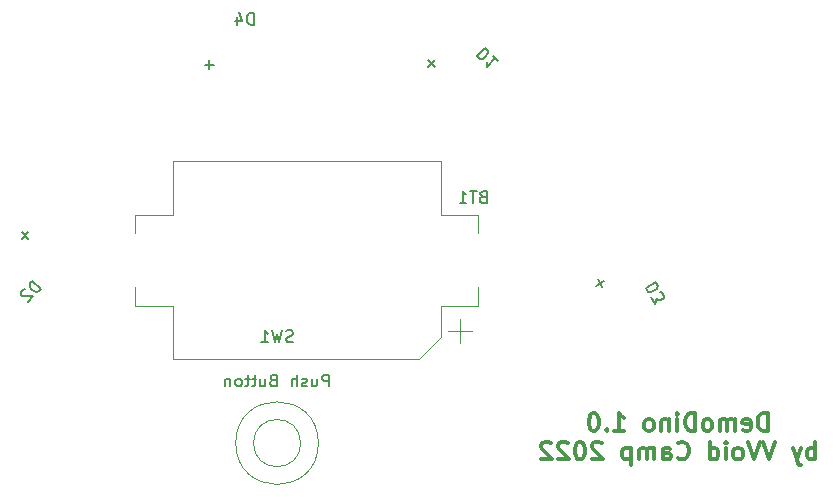
<source format=gbr>
%TF.GenerationSoftware,KiCad,Pcbnew,(6.0.7)*%
%TF.CreationDate,2022-08-20T21:46:32+02:00*%
%TF.ProjectId,demoDino,64656d6f-4469-46e6-9f2e-6b696361645f,rev?*%
%TF.SameCoordinates,Original*%
%TF.FileFunction,Legend,Bot*%
%TF.FilePolarity,Positive*%
%FSLAX46Y46*%
G04 Gerber Fmt 4.6, Leading zero omitted, Abs format (unit mm)*
G04 Created by KiCad (PCBNEW (6.0.7)) date 2022-08-20 21:46:32*
%MOMM*%
%LPD*%
G01*
G04 APERTURE LIST*
%ADD10C,0.300000*%
%ADD11C,0.150000*%
%ADD12C,0.120000*%
G04 APERTURE END LIST*
D10*
X125035714Y-84471071D02*
X125035714Y-82971071D01*
X124678571Y-82971071D01*
X124464285Y-83042500D01*
X124321428Y-83185357D01*
X124250000Y-83328214D01*
X124178571Y-83613928D01*
X124178571Y-83828214D01*
X124250000Y-84113928D01*
X124321428Y-84256785D01*
X124464285Y-84399642D01*
X124678571Y-84471071D01*
X125035714Y-84471071D01*
X122964285Y-84399642D02*
X123107142Y-84471071D01*
X123392857Y-84471071D01*
X123535714Y-84399642D01*
X123607142Y-84256785D01*
X123607142Y-83685357D01*
X123535714Y-83542500D01*
X123392857Y-83471071D01*
X123107142Y-83471071D01*
X122964285Y-83542500D01*
X122892857Y-83685357D01*
X122892857Y-83828214D01*
X123607142Y-83971071D01*
X122250000Y-84471071D02*
X122250000Y-83471071D01*
X122250000Y-83613928D02*
X122178571Y-83542500D01*
X122035714Y-83471071D01*
X121821428Y-83471071D01*
X121678571Y-83542500D01*
X121607142Y-83685357D01*
X121607142Y-84471071D01*
X121607142Y-83685357D02*
X121535714Y-83542500D01*
X121392857Y-83471071D01*
X121178571Y-83471071D01*
X121035714Y-83542500D01*
X120964285Y-83685357D01*
X120964285Y-84471071D01*
X120035714Y-84471071D02*
X120178571Y-84399642D01*
X120250000Y-84328214D01*
X120321428Y-84185357D01*
X120321428Y-83756785D01*
X120250000Y-83613928D01*
X120178571Y-83542500D01*
X120035714Y-83471071D01*
X119821428Y-83471071D01*
X119678571Y-83542500D01*
X119607142Y-83613928D01*
X119535714Y-83756785D01*
X119535714Y-84185357D01*
X119607142Y-84328214D01*
X119678571Y-84399642D01*
X119821428Y-84471071D01*
X120035714Y-84471071D01*
X118892857Y-84471071D02*
X118892857Y-82971071D01*
X118535714Y-82971071D01*
X118321428Y-83042500D01*
X118178571Y-83185357D01*
X118107142Y-83328214D01*
X118035714Y-83613928D01*
X118035714Y-83828214D01*
X118107142Y-84113928D01*
X118178571Y-84256785D01*
X118321428Y-84399642D01*
X118535714Y-84471071D01*
X118892857Y-84471071D01*
X117392857Y-84471071D02*
X117392857Y-83471071D01*
X117392857Y-82971071D02*
X117464285Y-83042500D01*
X117392857Y-83113928D01*
X117321428Y-83042500D01*
X117392857Y-82971071D01*
X117392857Y-83113928D01*
X116678571Y-83471071D02*
X116678571Y-84471071D01*
X116678571Y-83613928D02*
X116607142Y-83542500D01*
X116464285Y-83471071D01*
X116250000Y-83471071D01*
X116107142Y-83542500D01*
X116035714Y-83685357D01*
X116035714Y-84471071D01*
X115107142Y-84471071D02*
X115250000Y-84399642D01*
X115321428Y-84328214D01*
X115392857Y-84185357D01*
X115392857Y-83756785D01*
X115321428Y-83613928D01*
X115250000Y-83542500D01*
X115107142Y-83471071D01*
X114892857Y-83471071D01*
X114750000Y-83542500D01*
X114678571Y-83613928D01*
X114607142Y-83756785D01*
X114607142Y-84185357D01*
X114678571Y-84328214D01*
X114750000Y-84399642D01*
X114892857Y-84471071D01*
X115107142Y-84471071D01*
X112035714Y-84471071D02*
X112892857Y-84471071D01*
X112464285Y-84471071D02*
X112464285Y-82971071D01*
X112607142Y-83185357D01*
X112750000Y-83328214D01*
X112892857Y-83399642D01*
X111392857Y-84328214D02*
X111321428Y-84399642D01*
X111392857Y-84471071D01*
X111464285Y-84399642D01*
X111392857Y-84328214D01*
X111392857Y-84471071D01*
X110392857Y-82971071D02*
X110250000Y-82971071D01*
X110107142Y-83042500D01*
X110035714Y-83113928D01*
X109964285Y-83256785D01*
X109892857Y-83542500D01*
X109892857Y-83899642D01*
X109964285Y-84185357D01*
X110035714Y-84328214D01*
X110107142Y-84399642D01*
X110250000Y-84471071D01*
X110392857Y-84471071D01*
X110535714Y-84399642D01*
X110607142Y-84328214D01*
X110678571Y-84185357D01*
X110750000Y-83899642D01*
X110750000Y-83542500D01*
X110678571Y-83256785D01*
X110607142Y-83113928D01*
X110535714Y-83042500D01*
X110392857Y-82971071D01*
X129071428Y-86886071D02*
X129071428Y-85386071D01*
X129071428Y-85957500D02*
X128928571Y-85886071D01*
X128642857Y-85886071D01*
X128500000Y-85957500D01*
X128428571Y-86028928D01*
X128357142Y-86171785D01*
X128357142Y-86600357D01*
X128428571Y-86743214D01*
X128500000Y-86814642D01*
X128642857Y-86886071D01*
X128928571Y-86886071D01*
X129071428Y-86814642D01*
X127857142Y-85886071D02*
X127500000Y-86886071D01*
X127142857Y-85886071D02*
X127500000Y-86886071D01*
X127642857Y-87243214D01*
X127714285Y-87314642D01*
X127857142Y-87386071D01*
X125642857Y-85386071D02*
X125142857Y-86886071D01*
X124642857Y-85386071D01*
X124357142Y-85386071D02*
X123857142Y-86886071D01*
X123357142Y-85386071D01*
X122642857Y-86886071D02*
X122785714Y-86814642D01*
X122857142Y-86743214D01*
X122928571Y-86600357D01*
X122928571Y-86171785D01*
X122857142Y-86028928D01*
X122785714Y-85957500D01*
X122642857Y-85886071D01*
X122428571Y-85886071D01*
X122285714Y-85957500D01*
X122214285Y-86028928D01*
X122142857Y-86171785D01*
X122142857Y-86600357D01*
X122214285Y-86743214D01*
X122285714Y-86814642D01*
X122428571Y-86886071D01*
X122642857Y-86886071D01*
X121500000Y-86886071D02*
X121500000Y-85886071D01*
X121500000Y-85386071D02*
X121571428Y-85457500D01*
X121500000Y-85528928D01*
X121428571Y-85457500D01*
X121500000Y-85386071D01*
X121500000Y-85528928D01*
X120142857Y-86886071D02*
X120142857Y-85386071D01*
X120142857Y-86814642D02*
X120285714Y-86886071D01*
X120571428Y-86886071D01*
X120714285Y-86814642D01*
X120785714Y-86743214D01*
X120857142Y-86600357D01*
X120857142Y-86171785D01*
X120785714Y-86028928D01*
X120714285Y-85957500D01*
X120571428Y-85886071D01*
X120285714Y-85886071D01*
X120142857Y-85957500D01*
X117428571Y-86743214D02*
X117500000Y-86814642D01*
X117714285Y-86886071D01*
X117857142Y-86886071D01*
X118071428Y-86814642D01*
X118214285Y-86671785D01*
X118285714Y-86528928D01*
X118357142Y-86243214D01*
X118357142Y-86028928D01*
X118285714Y-85743214D01*
X118214285Y-85600357D01*
X118071428Y-85457500D01*
X117857142Y-85386071D01*
X117714285Y-85386071D01*
X117500000Y-85457500D01*
X117428571Y-85528928D01*
X116142857Y-86886071D02*
X116142857Y-86100357D01*
X116214285Y-85957500D01*
X116357142Y-85886071D01*
X116642857Y-85886071D01*
X116785714Y-85957500D01*
X116142857Y-86814642D02*
X116285714Y-86886071D01*
X116642857Y-86886071D01*
X116785714Y-86814642D01*
X116857142Y-86671785D01*
X116857142Y-86528928D01*
X116785714Y-86386071D01*
X116642857Y-86314642D01*
X116285714Y-86314642D01*
X116142857Y-86243214D01*
X115428571Y-86886071D02*
X115428571Y-85886071D01*
X115428571Y-86028928D02*
X115357142Y-85957500D01*
X115214285Y-85886071D01*
X115000000Y-85886071D01*
X114857142Y-85957500D01*
X114785714Y-86100357D01*
X114785714Y-86886071D01*
X114785714Y-86100357D02*
X114714285Y-85957500D01*
X114571428Y-85886071D01*
X114357142Y-85886071D01*
X114214285Y-85957500D01*
X114142857Y-86100357D01*
X114142857Y-86886071D01*
X113428571Y-85886071D02*
X113428571Y-87386071D01*
X113428571Y-85957500D02*
X113285714Y-85886071D01*
X113000000Y-85886071D01*
X112857142Y-85957500D01*
X112785714Y-86028928D01*
X112714285Y-86171785D01*
X112714285Y-86600357D01*
X112785714Y-86743214D01*
X112857142Y-86814642D01*
X113000000Y-86886071D01*
X113285714Y-86886071D01*
X113428571Y-86814642D01*
X111000000Y-85528928D02*
X110928571Y-85457500D01*
X110785714Y-85386071D01*
X110428571Y-85386071D01*
X110285714Y-85457500D01*
X110214285Y-85528928D01*
X110142857Y-85671785D01*
X110142857Y-85814642D01*
X110214285Y-86028928D01*
X111071428Y-86886071D01*
X110142857Y-86886071D01*
X109214285Y-85386071D02*
X109071428Y-85386071D01*
X108928571Y-85457500D01*
X108857142Y-85528928D01*
X108785714Y-85671785D01*
X108714285Y-85957500D01*
X108714285Y-86314642D01*
X108785714Y-86600357D01*
X108857142Y-86743214D01*
X108928571Y-86814642D01*
X109071428Y-86886071D01*
X109214285Y-86886071D01*
X109357142Y-86814642D01*
X109428571Y-86743214D01*
X109500000Y-86600357D01*
X109571428Y-86314642D01*
X109571428Y-85957500D01*
X109500000Y-85671785D01*
X109428571Y-85528928D01*
X109357142Y-85457500D01*
X109214285Y-85386071D01*
X108142857Y-85528928D02*
X108071428Y-85457500D01*
X107928571Y-85386071D01*
X107571428Y-85386071D01*
X107428571Y-85457500D01*
X107357142Y-85528928D01*
X107285714Y-85671785D01*
X107285714Y-85814642D01*
X107357142Y-86028928D01*
X108214285Y-86886071D01*
X107285714Y-86886071D01*
X106714285Y-85528928D02*
X106642857Y-85457500D01*
X106500000Y-85386071D01*
X106142857Y-85386071D01*
X106000000Y-85457500D01*
X105928571Y-85528928D01*
X105857142Y-85671785D01*
X105857142Y-85814642D01*
X105928571Y-86028928D01*
X106785714Y-86886071D01*
X105857142Y-86886071D01*
D11*
%TO.C,SW1*%
X84833333Y-76904761D02*
X84690476Y-76952380D01*
X84452380Y-76952380D01*
X84357142Y-76904761D01*
X84309523Y-76857142D01*
X84261904Y-76761904D01*
X84261904Y-76666666D01*
X84309523Y-76571428D01*
X84357142Y-76523809D01*
X84452380Y-76476190D01*
X84642857Y-76428571D01*
X84738095Y-76380952D01*
X84785714Y-76333333D01*
X84833333Y-76238095D01*
X84833333Y-76142857D01*
X84785714Y-76047619D01*
X84738095Y-76000000D01*
X84642857Y-75952380D01*
X84404761Y-75952380D01*
X84261904Y-76000000D01*
X83928571Y-75952380D02*
X83690476Y-76952380D01*
X83500000Y-76238095D01*
X83309523Y-76952380D01*
X83071428Y-75952380D01*
X82166666Y-76952380D02*
X82738095Y-76952380D01*
X82452380Y-76952380D02*
X82452380Y-75952380D01*
X82547619Y-76095238D01*
X82642857Y-76190476D01*
X82738095Y-76238095D01*
X87880952Y-80702380D02*
X87880952Y-79702380D01*
X87500000Y-79702380D01*
X87404761Y-79750000D01*
X87357142Y-79797619D01*
X87309523Y-79892857D01*
X87309523Y-80035714D01*
X87357142Y-80130952D01*
X87404761Y-80178571D01*
X87500000Y-80226190D01*
X87880952Y-80226190D01*
X86452380Y-80035714D02*
X86452380Y-80702380D01*
X86880952Y-80035714D02*
X86880952Y-80559523D01*
X86833333Y-80654761D01*
X86738095Y-80702380D01*
X86595238Y-80702380D01*
X86500000Y-80654761D01*
X86452380Y-80607142D01*
X86023809Y-80654761D02*
X85928571Y-80702380D01*
X85738095Y-80702380D01*
X85642857Y-80654761D01*
X85595238Y-80559523D01*
X85595238Y-80511904D01*
X85642857Y-80416666D01*
X85738095Y-80369047D01*
X85880952Y-80369047D01*
X85976190Y-80321428D01*
X86023809Y-80226190D01*
X86023809Y-80178571D01*
X85976190Y-80083333D01*
X85880952Y-80035714D01*
X85738095Y-80035714D01*
X85642857Y-80083333D01*
X85166666Y-80702380D02*
X85166666Y-79702380D01*
X84738095Y-80702380D02*
X84738095Y-80178571D01*
X84785714Y-80083333D01*
X84880952Y-80035714D01*
X85023809Y-80035714D01*
X85119047Y-80083333D01*
X85166666Y-80130952D01*
X83166666Y-80178571D02*
X83023809Y-80226190D01*
X82976190Y-80273809D01*
X82928571Y-80369047D01*
X82928571Y-80511904D01*
X82976190Y-80607142D01*
X83023809Y-80654761D01*
X83119047Y-80702380D01*
X83500000Y-80702380D01*
X83500000Y-79702380D01*
X83166666Y-79702380D01*
X83071428Y-79750000D01*
X83023809Y-79797619D01*
X82976190Y-79892857D01*
X82976190Y-79988095D01*
X83023809Y-80083333D01*
X83071428Y-80130952D01*
X83166666Y-80178571D01*
X83500000Y-80178571D01*
X82071428Y-80035714D02*
X82071428Y-80702380D01*
X82500000Y-80035714D02*
X82500000Y-80559523D01*
X82452380Y-80654761D01*
X82357142Y-80702380D01*
X82214285Y-80702380D01*
X82119047Y-80654761D01*
X82071428Y-80607142D01*
X81738095Y-80035714D02*
X81357142Y-80035714D01*
X81595238Y-79702380D02*
X81595238Y-80559523D01*
X81547619Y-80654761D01*
X81452380Y-80702380D01*
X81357142Y-80702380D01*
X81166666Y-80035714D02*
X80785714Y-80035714D01*
X81023809Y-79702380D02*
X81023809Y-80559523D01*
X80976190Y-80654761D01*
X80880952Y-80702380D01*
X80785714Y-80702380D01*
X80309523Y-80702380D02*
X80404761Y-80654761D01*
X80452380Y-80607142D01*
X80500000Y-80511904D01*
X80500000Y-80226190D01*
X80452380Y-80130952D01*
X80404761Y-80083333D01*
X80309523Y-80035714D01*
X80166666Y-80035714D01*
X80071428Y-80083333D01*
X80023809Y-80130952D01*
X79976190Y-80226190D01*
X79976190Y-80511904D01*
X80023809Y-80607142D01*
X80071428Y-80654761D01*
X80166666Y-80702380D01*
X80309523Y-80702380D01*
X79547619Y-80035714D02*
X79547619Y-80702380D01*
X79547619Y-80130952D02*
X79500000Y-80083333D01*
X79404761Y-80035714D01*
X79261904Y-80035714D01*
X79166666Y-80083333D01*
X79119047Y-80178571D01*
X79119047Y-80702380D01*
%TO.C,D4*%
X81508095Y-50077380D02*
X81508095Y-49077380D01*
X81270000Y-49077380D01*
X81127142Y-49125000D01*
X81031904Y-49220238D01*
X80984285Y-49315476D01*
X80936666Y-49505952D01*
X80936666Y-49648809D01*
X80984285Y-49839285D01*
X81031904Y-49934523D01*
X81127142Y-50029761D01*
X81270000Y-50077380D01*
X81508095Y-50077380D01*
X80079523Y-49410714D02*
X80079523Y-50077380D01*
X80317619Y-49029761D02*
X80555714Y-49744047D01*
X79936666Y-49744047D01*
X78150952Y-53446428D02*
X77389047Y-53446428D01*
X77770000Y-53827380D02*
X77770000Y-53065476D01*
%TO.C,D3*%
X115571301Y-71868427D02*
X114705276Y-72368427D01*
X114824323Y-72574623D01*
X114936991Y-72674532D01*
X115067089Y-72709391D01*
X115173377Y-72703012D01*
X115362144Y-72649013D01*
X115485862Y-72577584D01*
X115627010Y-72441107D01*
X115685679Y-72352248D01*
X115720538Y-72222151D01*
X115690349Y-72074623D01*
X115571301Y-71868427D01*
X115157657Y-73151974D02*
X115467181Y-73688085D01*
X115630428Y-73208933D01*
X115701857Y-73332651D01*
X115790715Y-73391320D01*
X115855764Y-73408750D01*
X115962052Y-73402370D01*
X116168249Y-73283323D01*
X116226918Y-73194464D01*
X116244348Y-73129415D01*
X116237968Y-73023127D01*
X116095111Y-72775692D01*
X116006252Y-72717022D01*
X115941204Y-72699593D01*
X110672363Y-71645122D02*
X111053316Y-72304951D01*
X111192754Y-71784560D02*
X110532925Y-72165512D01*
%TO.C,D2*%
X63488240Y-72444416D02*
X62781134Y-71737309D01*
X62612775Y-71905668D01*
X62545431Y-72040355D01*
X62545431Y-72175042D01*
X62579103Y-72276057D01*
X62680118Y-72444416D01*
X62781134Y-72545431D01*
X62949492Y-72646447D01*
X63050508Y-72680118D01*
X63185195Y-72680118D01*
X63319882Y-72612775D01*
X63488240Y-72444416D01*
X62175042Y-72478088D02*
X62107698Y-72478088D01*
X62006683Y-72511759D01*
X61838324Y-72680118D01*
X61804653Y-72781134D01*
X61804653Y-72848477D01*
X61838324Y-72949492D01*
X61905668Y-73016836D01*
X62040355Y-73084179D01*
X62848477Y-73084179D01*
X62410744Y-73521912D01*
X62435998Y-67654609D02*
X61897250Y-68193357D01*
X62435998Y-68193357D02*
X61897250Y-67654609D01*
%TO.C,D1*%
X101108170Y-52038925D02*
X100401063Y-52746031D01*
X100569422Y-52914390D01*
X100704109Y-52981734D01*
X100838796Y-52981734D01*
X100939811Y-52948062D01*
X101108170Y-52847047D01*
X101209185Y-52746031D01*
X101310201Y-52577673D01*
X101343872Y-52476657D01*
X101343872Y-52341970D01*
X101276529Y-52207283D01*
X101108170Y-52038925D01*
X102185666Y-53116421D02*
X101781605Y-52712360D01*
X101983636Y-52914390D02*
X101276529Y-53621497D01*
X101310201Y-53453138D01*
X101310201Y-53318451D01*
X101276529Y-53217436D01*
X96318363Y-53091167D02*
X96857111Y-53629915D01*
X96857111Y-53091167D02*
X96318363Y-53629915D01*
%TO.C,BT1*%
X100910714Y-64628571D02*
X100767857Y-64676190D01*
X100720238Y-64723809D01*
X100672619Y-64819047D01*
X100672619Y-64961904D01*
X100720238Y-65057142D01*
X100767857Y-65104761D01*
X100863095Y-65152380D01*
X101244047Y-65152380D01*
X101244047Y-64152380D01*
X100910714Y-64152380D01*
X100815476Y-64200000D01*
X100767857Y-64247619D01*
X100720238Y-64342857D01*
X100720238Y-64438095D01*
X100767857Y-64533333D01*
X100815476Y-64580952D01*
X100910714Y-64628571D01*
X101244047Y-64628571D01*
X100386904Y-64152380D02*
X99815476Y-64152380D01*
X100101190Y-65152380D02*
X100101190Y-64152380D01*
X98958333Y-65152380D02*
X99529761Y-65152380D01*
X99244047Y-65152380D02*
X99244047Y-64152380D01*
X99339285Y-64295238D01*
X99434523Y-64390476D01*
X99529761Y-64438095D01*
D12*
%TO.C,SW1*%
X87000000Y-85500000D02*
G75*
G03*
X87000000Y-85500000I-3500000J0D01*
G01*
X85500000Y-85500000D02*
G75*
G03*
X85500000Y-85500000I-2000000J0D01*
G01*
%TO.C,BT1*%
X98000000Y-76000000D02*
X100000000Y-76000000D01*
X99000000Y-75000000D02*
X99000000Y-77000000D01*
X74650000Y-61650000D02*
X74650000Y-66150000D01*
X97350000Y-61650000D02*
X97350000Y-66150000D01*
X97350000Y-61650000D02*
X74650000Y-61650000D01*
X71450000Y-66150000D02*
X71450000Y-67700000D01*
X74650000Y-66150000D02*
X71450000Y-66150000D01*
X100550000Y-66150000D02*
X100550000Y-67700000D01*
X97350000Y-66150000D02*
X100550000Y-66150000D01*
X100550000Y-73850000D02*
X100550000Y-72300000D01*
X97350000Y-73850000D02*
X100550000Y-73850000D01*
X95550000Y-78350000D02*
X97350000Y-76550000D01*
X97350000Y-76550000D02*
X97350000Y-73850000D01*
X74650000Y-78350000D02*
X95550000Y-78350000D01*
X74650000Y-78350000D02*
X74650000Y-73850000D01*
X71450000Y-73850000D02*
X71450000Y-72300000D01*
X74650000Y-73850000D02*
X71450000Y-73850000D01*
%TD*%
M02*

</source>
